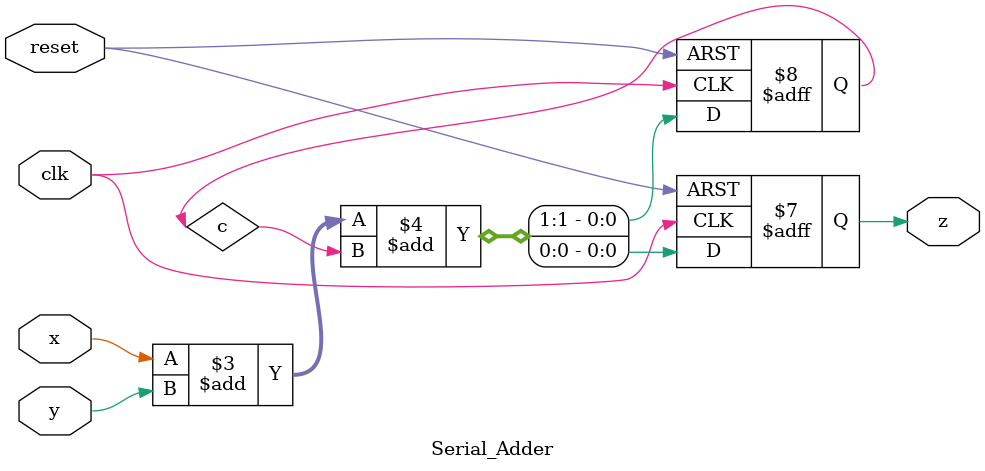
<source format=v>
`timescale 1ns / 1ps


module Serial_Adder(input clk, input reset, input x, input y, output reg z);
reg c = 0;
initial z=0;

always @(posedge clk or posedge reset) begin
 if (reset==1) begin
 {c,z}=2'b00;
 end
 else begin
 {c,z}=x+y+c;
 end
end

endmodule

</source>
